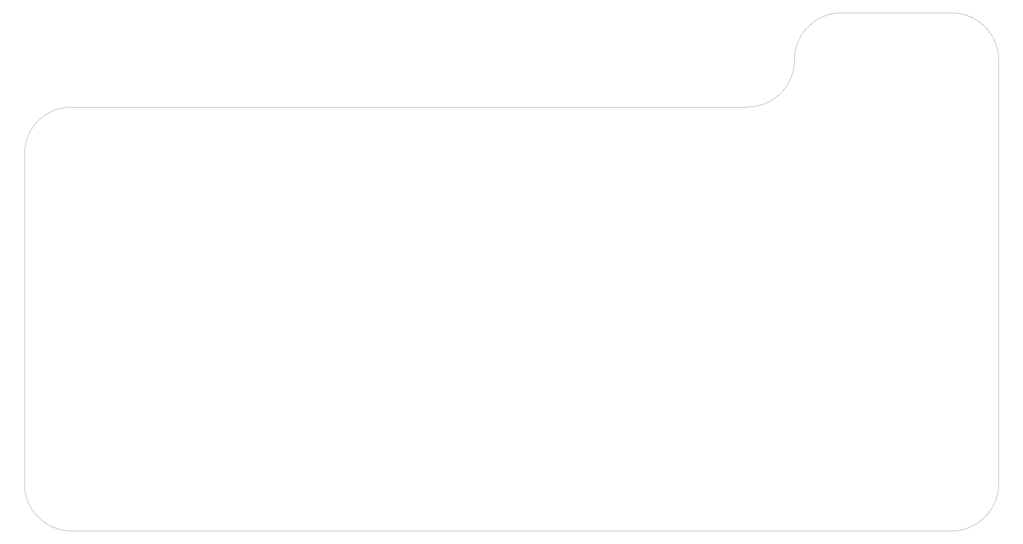
<source format=gm1>
G04 #@! TF.GenerationSoftware,KiCad,Pcbnew,8.0.8*
G04 #@! TF.CreationDate,2025-06-07T08:47:10+08:00*
G04 #@! TF.ProjectId,magic-keys,6d616769-632d-46b6-9579-732e6b696361,rev?*
G04 #@! TF.SameCoordinates,Original*
G04 #@! TF.FileFunction,Profile,NP*
%FSLAX46Y46*%
G04 Gerber Fmt 4.6, Leading zero omitted, Abs format (unit mm)*
G04 Created by KiCad (PCBNEW 8.0.8) date 2025-06-07 08:47:10*
%MOMM*%
%LPD*%
G01*
G04 APERTURE LIST*
G04 #@! TA.AperFunction,Profile*
%ADD10C,0.050000*%
G04 #@! TD*
G04 APERTURE END LIST*
D10*
X228600000Y-23812500D02*
G75*
G02*
X214312500Y-38100000I-14287500J0D01*
G01*
X9525000Y-166687500D02*
X276225000Y-166687500D01*
X-4762500Y-52387500D02*
G75*
G02*
X9525000Y-38100000I14287500J0D01*
G01*
X276225000Y-9525000D02*
G75*
G02*
X290512500Y-23812500I0J-14287500D01*
G01*
X290512500Y-152400000D02*
X290512500Y-23812500D01*
X228600000Y-23812500D02*
G75*
G02*
X242887500Y-9525000I14287500J0D01*
G01*
X9525000Y-166687500D02*
G75*
G02*
X-4762500Y-152400000I0J14287500D01*
G01*
X9525000Y-38100000D02*
X214312500Y-38100000D01*
X-4762500Y-152400000D02*
X-4762500Y-52387500D01*
X242887500Y-9525000D02*
X276225000Y-9525000D01*
X290512500Y-152400000D02*
G75*
G02*
X276225000Y-166687500I-14287500J0D01*
G01*
M02*

</source>
